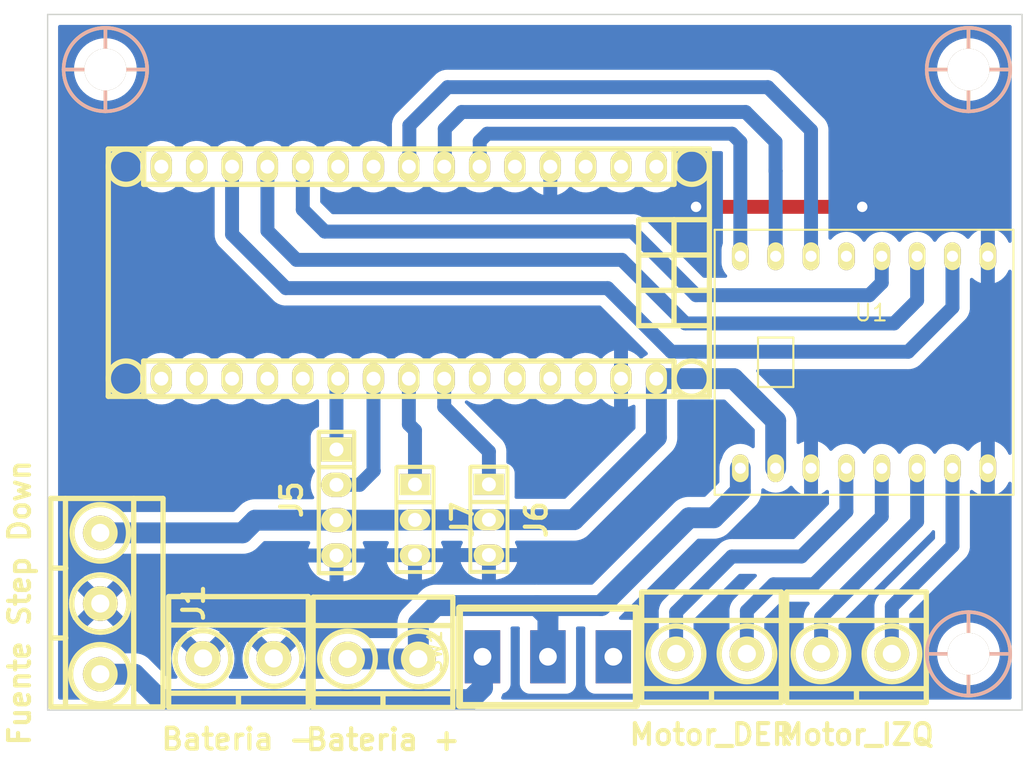
<source format=kicad_pcb>
(kicad_pcb (version 20211014) (generator pcbnew)
  (layers (0 "F.Cu" signal) (31 "B.Cu" signal) (34 "B.Paste" user) (35 "F.Paste" user) (36 "B.SilkS" user "B.Silkscreen") (37 "F.SilkS" user "F.Silkscreen") (38 "B.Mask" user) (39 "F.Mask" user) (44 "Edge.Cuts" user))
  (net 0 "")
  (net 1 "+5V")
  (net 2 "/Vstep")
  (net 3 "GND")
  (net 4 "+BATT")
  (net 9 "/PWM_B")
  (net 10 "/IN2_B")
  (net 11 "/IN1_B")
  (net 14 "/IN2_A")
  (net 15 "/IN1_A")
  (net 16 "/PWM_A")
  (net 24 "/echo")
  (net 25 "/trig")
  (net 26 "/CNY_DER")
  (net 27 "/CNY_IZQ")
  (net 32 "/M_IZQ")
  (net 33 "/M_IZQQ")
  (net 34 "/M_DER")
  (net 35 "/M_DERR")
  (footprint "EESTN5:Pin_Header_3" (layer "F.Cu") (at 156.39 111.33 -90)
    (fp_text reference "J7" (at 0 -3.4 90) (layer "F.SilkS") (effects (font (size 1.5 1.5) (thickness 0.3))))
    (fp_text value "CNY70_DER" hide)
    (fp_line (start -1.27 -1.27) (end -1.27 1.27) (layer "F.SilkS") (width 0.3048))
    (fp_line (start -3.81 -1.397) (end 3.81 -1.397) (layer "F.SilkS") (width 0.15))
    (fp_line (start 3.81 1.016) (end 3.81 1.397) (layer "F.SilkS") (width 0.15))
    (fp_line (start 3.81 -1.27) (end -3.81 -1.27) (layer "F.SilkS") (width 0.15))
    (fp_line (start 3.81 1.27) (end -3.81 1.27) (layer "F.SilkS") (width 0.15))
    (fp_line (start 3.81 -1.27) (end 3.81 1.27) (layer "F.SilkS") (width 0.15))
    (fp_line (start 3.81 -1.397) (end 3.81 -1.143) (layer "F.SilkS") (width 0.15))
    (fp_line (start 3.81 1.397) (end -3.81 1.397) (layer "F.SilkS") (width 0.15))
    (fp_line (start -3.81 1.27) (end -3.81 -1.27) (layer "F.SilkS") (width 0.3048))
    (fp_line (start 3.683 1.27) (end 3.683 -1.27) (layer "F.SilkS") (width 0.15))
    (pad "1" thru_hole rect locked (at -2.54 0 270) (size 1.524 2.19964) (drill 1.00076) (layers *.Cu *.Mask "F.SilkS") (net 26 "/CNY_DER"))
    (pad "2" thru_hole oval locked (at 0 0 270) (size 1.524 2.19964) (drill 1.00076) (layers *.Cu *.Mask "F.SilkS") (net 1 "+5V"))
    (pad "3" thru_hole oval locked (at 2.54 0 270) (size 1.524 2.19964) (drill 1.00076) (layers *.Cu *.Mask "F.SilkS") (net 3 "GND"))
  )
  (footprint "EESTN5:pin_strip_4" (layer "F.Cu") (at 150.75 110.08 -90)
    (fp_text reference "J5" (at -0.2032 3.2258 90) (layer "F.SilkS") (effects (font (size 1.5 1.5) (thickness 0.3))))
    (fp_text value "Ultrasonido" hide)
    (fp_line (start 5.08 -1.27) (end 5.08 1.27) (layer "F.SilkS") (width 0.3048))
    (fp_line (start -5.08 1.27) (end -5.08 -1.27) (layer "F.SilkS") (width 0.3048))
    (fp_line (start -5.08 -1.27) (end 5.08 -1.27) (layer "F.SilkS") (width 0.3048))
    (fp_line (start 5.08 1.27) (end -5.08 1.27) (layer "F.SilkS") (width 0.3048))
    (fp_line (start -2.54 -1.27) (end -2.54 1.27) (layer "F.SilkS") (width 0.3048))
    (pad "1" thru_hole rect locked (at -3.81 0 270) (size 1.75 2.2) (drill 1.00076) (layers *.Cu *.Mask "F.SilkS") (net 25 "/trig"))
    (pad "2" thru_hole oval locked (at -1.27 0 270) (size 1.75 2.2) (drill 1.00076) (layers *.Cu *.Mask "F.SilkS") (net 24 "/echo"))
    (pad "3" thru_hole oval locked (at 1.27 0 270) (size 1.75 2.2) (drill 1.00076) (layers *.Cu *.Mask "F.SilkS") (net 1 "+5V"))
    (pad "4" thru_hole oval locked (at 3.81 0 270) (size 1.75 2.2) (drill 1.00076) (layers *.Cu *.Mask "F.SilkS") (net 3 "GND"))
  )
  (footprint "EESTN5:BORNERA2_AZUL" (layer "F.Cu") (at 154.09 121.32625)
    (fp_text reference "J3" hide)
    (fp_text value "Bateria +" (at 0 5.8) (layer "F.SilkS") (effects (font (size 1.5 1.5) (thickness 0.3))))
    (fp_line (start 5.0165 -4.445) (end -4.9835 -4.445) (layer "F.SilkS") (width 0.381))
    (fp_line (start -5 -2.4) (end 5 -2.4) (layer "F.SilkS") (width 0.381))
    (fp_line (start -4.9835 3.4925) (end 5.0165 3.4925) (layer "F.SilkS") (width 0.381))
    (fp_line (start 5.0165 3.4925) (end 5.0165 -4.445) (layer "F.SilkS") (width 0.381))
    (fp_line (start 0 2.54) (end 0 3.4845) (layer "F.SilkS") (width 0.381))
    (fp_line (start -5.0165 -4.445) (end -5.0165 3.4925) (layer "F.SilkS") (width 0.381))
    (fp_line (start -5 2.5) (end 5 2.5) (layer "F.SilkS") (width 0.381))
    (fp_circle (center 2.55 0) (end 0.55 0) (layer "F.SilkS") (width 0.381) (fill none))
    (fp_circle (center -2.55 0) (end -0.55 0) (layer "F.SilkS") (width 0.381) (fill none))
    (pad "1" thru_hole circle locked (at -2.54 0) (size 2.5 2.5) (drill 1.3) (layers *.Cu *.Mask "F.SilkS") (net 4 "+BATT"))
    (pad "2" thru_hole circle locked (at 2.54 0) (size 2.5 2.5) (drill 1.3) (layers *.Cu *.Mask "F.SilkS") (net 4 "+BATT"))
  )
  (footprint "EESTN5:BORNERA2_AZUL" (layer "F.Cu") (at 188.104 120.96)
    (fp_text reference "J8" hide)
    (fp_text value "Motor_IZQ" (at 0 5.8) (layer "F.SilkS") (effects (font (size 1.5 1.5) (thickness 0.3))))
    (fp_line (start 5.0165 3.4925) (end 5.0165 -4.445) (layer "F.SilkS") (width 0.381))
    (fp_line (start 5.0165 -4.445) (end -4.9835 -4.445) (layer "F.SilkS") (width 0.381))
    (fp_line (start -5.0165 -4.445) (end -5.0165 3.4925) (layer "F.SilkS") (width 0.381))
    (fp_line (start -5 -2.4) (end 5 -2.4) (layer "F.SilkS") (width 0.381))
    (fp_line (start -5 2.5) (end 5 2.5) (layer "F.SilkS") (width 0.381))
    (fp_line (start 0 2.54) (end 0 3.4845) (layer "F.SilkS") (width 0.381))
    (fp_line (start -4.9835 3.4925) (end 5.0165 3.4925) (layer "F.SilkS") (width 0.381))
    (fp_circle (center -2.55 0) (end -0.55 0) (layer "F.SilkS") (width 0.381) (fill none))
    (fp_circle (center 2.55 0) (end 0.55 0) (layer "F.SilkS") (width 0.381) (fill none))
    (pad "1" thru_hole circle locked (at -2.54 0) (size 2.5 2.5) (drill 1.3) (layers *.Cu *.Mask "F.SilkS") (net 32 "/M_IZQ"))
    (pad "2" thru_hole circle locked (at 2.54 0) (size 2.5 2.5) (drill 1.3) (layers *.Cu *.Mask "F.SilkS") (net 33 "/M_IZQQ"))
  )
  (footprint "EESTN5:hole_3mm" (layer "F.Cu") (at 134.15 78.96)
    (fp_text reference "H3" hide)
    (fp_text value "Mounting_Hole" hide)
    (fp_line (start 0 -3) (end 0 3) (layer "B.SilkS") (width 0.254))
    (fp_line (start -3 0) (end 3 0) (layer "B.SilkS") (width 0.254))
    (fp_circle (center 0 0) (end 3 0) (layer "B.SilkS") (width 0.254) (fill none))
    (fp_line (start -3 0) (end 3 0) (layer "F.SilkS") (width 0.254))
    (fp_line (start 0 -3) (end 0 3) (layer "F.SilkS") (width 0.254))
    (fp_circle (center 0 0) (end 3 0) (layer "F.SilkS") (width 0.254) (fill none))
    (pad "1" thru_hole circle locked (at 0 0) (size 3 3) (drill 3) (layers *.Cu "F.SilkS"))
  )
  (footprint "EESTN5:Pin_Header_3" (layer "F.Cu") (at 161.7 111.3187 -90)
    (fp_text reference "J6" (at 0 -3.4 90) (layer "F.SilkS") (effects (font (size 1.5 1.5) (thickness 0.3))))
    (fp_text value "CNY70_IZQ" hide)
    (fp_line (start -3.81 -1.397) (end 3.81 -1.397) (layer "F.SilkS") (width 0.15))
    (fp_line (start 3.81 -1.27) (end -3.81 -1.27) (layer "F.SilkS") (width 0.15))
    (fp_line (start 3.81 1.397) (end -3.81 1.397) (layer "F.SilkS") (width 0.15))
    (fp_line (start 3.683 1.27) (end 3.683 -1.27) (layer "F.SilkS") (width 0.15))
    (fp_line (start 3.81 1.27) (end -3.81 1.27) (layer "F.SilkS") (width 0.15))
    (fp_line (start 3.81 1.016) (end 3.81 1.397) (layer "F.SilkS") (width 0.15))
    (fp_line (start -3.81 1.27) (end -3.81 -1.27) (layer "F.SilkS") (width 0.3048))
    (fp_line (start -1.27 -1.27) (end -1.27 1.27) (layer "F.SilkS") (width 0.3048))
    (fp_line (start 3.81 -1.27) (end 3.81 1.27) (layer "F.SilkS") (width 0.15))
    (fp_line (start 3.81 -1.397) (end 3.81 -1.143) (layer "F.SilkS") (width 0.15))
    (pad "1" thru_hole rect locked (at -2.54 0 270) (size 1.524 2.19964) (drill 1.00076) (layers *.Cu *.Mask "F.SilkS") (net 27 "/CNY_IZQ"))
    (pad "2" thru_hole oval locked (at 0 0 270) (size 1.524 2.19964) (drill 1.00076) (layers *.Cu *.Mask "F.SilkS") (net 1 "+5V"))
    (pad "3" thru_hole oval locked (at 2.54 0 270) (size 1.524 2.19964) (drill 1.00076) (layers *.Cu *.Mask "F.SilkS") (net 3 "GND"))
  )
  (footprint "EESTN5:BORNERA2_AZUL" (layer "F.Cu") (at 177.69 120.96)
    (fp_text reference "J9" hide)
    (fp_text value "Motor_DER" (at 0 5.8) (layer "F.SilkS") (effects (font (size 1.5 1.5) (thickness 0.3))))
    (fp_line (start -5 2.5) (end 5 2.5) (layer "F.SilkS") (width 0.381))
    (fp_line (start -5.0165 -4.445) (end -5.0165 3.4925) (layer "F.SilkS") (width 0.381))
    (fp_line (start 0 2.54) (end 0 3.4845) (layer "F.SilkS") (width 0.381))
    (fp_line (start 5.0165 -4.445) (end -4.9835 -4.445) (layer "F.SilkS") (width 0.381))
    (fp_line (start 5.0165 3.4925) (end 5.0165 -4.445) (layer "F.SilkS") (width 0.381))
    (fp_line (start -4.9835 3.4925) (end 5.0165 3.4925) (layer "F.SilkS") (width 0.381))
    (fp_line (start -5 -2.4) (end 5 -2.4) (layer "F.SilkS") (width 0.381))
    (fp_circle (center 2.55 0) (end 0.55 0) (layer "F.SilkS") (width 0.381) (fill none))
    (fp_circle (center -2.55 0) (end -0.55 0) (layer "F.SilkS") (width 0.381) (fill none))
    (pad "1" thru_hole circle locked (at -2.54 0) (size 2.5 2.5) (drill 1.3) (layers *.Cu *.Mask "F.SilkS") (net 34 "/M_DER"))
    (pad "2" thru_hole circle locked (at 2.54 0) (size 2.5 2.5) (drill 1.3) (layers *.Cu *.Mask "F.SilkS") (net 35 "/M_DERR"))
  )
  (footprint "EESTN5:TB6612_Breakout" (layer "F.Cu") (at 188.65 100)
    (fp_text reference "U1" (at 0.508 -3.556 180) (layer "F.SilkS") (effects (font (size 1.2 1.2))))
    (fp_text value "TB6612_BREAKOUT")
    (fp_line (start -7.62 1.778) (end -7.62 -1.778) (layer "F.SilkS") (width 0.15))
    (fp_line (start -7.62 -1.778) (end -5.08 -1.778) (layer "F.SilkS") (width 0.15))
    (fp_line (start -10.7315 9.525) (end -10.7315 -9.525) (layer "F.SilkS") (width 0.15))
    (fp_line (start -7.62 1.778) (end -5.08 1.778) (layer "F.SilkS") (width 0.15))
    (fp_line (start 10.7315 -9.525) (end 10.7315 9.525) (layer "F.SilkS") (width 0.15))
    (fp_line (start -5.08 -1.778) (end -5.08 1.778) (layer "F.SilkS") (width 0.15))
    (fp_line (start -10.7315 9.525) (end 10.7315 9.525) (layer "F.SilkS") (width 0.15))
    (fp_line (start 10.7315 -9.525) (end -10.7315 -9.525) (layer "F.SilkS") (width 0.15))
    (pad "1" thru_hole oval locked (at -8.89 7.62) (size 1.2 2) (drill 0.8) (layers *.Cu *.Mask "F.SilkS") (net 4 "+BATT"))
    (pad "2" thru_hole oval locked (at -6.35 7.62) (size 1.2 2) (drill 0.8) (layers *.Cu *.Mask "F.SilkS") (net 1 "+5V"))
    (pad "3" thru_hole oval locked (at -3.81 7.62) (size 1.2 2) (drill 0.8) (layers *.Cu *.Mask "F.SilkS") (net 3 "GND"))
    (pad "4" thru_hole oval locked (at -1.27 7.62) (size 1.2 2) (drill 0.8) (layers *.Cu *.Mask "F.SilkS") (net 34 "/M_DER"))
    (pad "5" thru_hole oval locked (at 1.27 7.62) (size 1.2 2) (drill 0.8) (layers *.Cu *.Mask "F.SilkS") (net 35 "/M_DERR"))
    (pad "6" thru_hole oval locked (at 3.81 7.62) (size 1.2 2) (drill 0.8) (layers *.Cu *.Mask "F.SilkS") (net 32 "/M_IZQ"))
    (pad "7" thru_hole oval locked (at 6.35 7.62) (size 1.2 2) (drill 0.8) (layers *.Cu *.Mask "F.SilkS") (net 33 "/M_IZQQ"))
    (pad "8" thru_hole oval locked (at 8.89 7.62) (size 1.2 2) (drill 0.8) (layers *.Cu *.Mask "F.SilkS") (net 3 "GND"))
    (pad "9" thru_hole oval locked (at 8.89 -7.62) (size 1.2 2) (drill 0.8) (layers *.Cu *.Mask "F.SilkS") (net 3 "GND"))
    (pad "10" thru_hole oval locked (at 6.35 -7.62) (size 1.2 2) (drill 0.8) (layers *.Cu *.Mask "F.SilkS") (net 16 "/PWM_A"))
    (pad "11" thru_hole oval locked (at 3.81 -7.62) (size 1.2 2) (drill 0.8) (layers *.Cu *.Mask "F.SilkS") (net 15 "/IN1_A"))
    (pad "12" thru_hole oval locked (at 1.27 -7.62) (size 1.2 2) (drill 0.8) (layers *.Cu *.Mask "F.SilkS") (net 14 "/IN2_A"))
    (pad "13" thru_hole oval locked (at -1.27 -7.62) (size 1.2 2) (drill 0.8) (layers *.Cu *.Mask "F.SilkS"))
    (pad "14" thru_hole oval locked (at -3.81 -7.62) (size 1.2 2) (drill 0.8) (layers *.Cu *.Mask "F.SilkS") (net 11 "/IN1_B"))
    (pad "15" thru_hole oval locked (at -6.35 -7.62) (size 1.2 2) (drill 0.8) (layers *.Cu *.Mask "F.SilkS") (net 10 "/IN2_B"))
    (pad "16" thru_hole oval locked (at -8.89 -7.62) (size 1.2 2) (drill 0.8) (layers *.Cu *.Mask "F.SilkS") (net 9 "/PWM_B"))
  )
  (footprint "EESTN5:arduino_nano_header" (layer "F.Cu") (at 155.95 93.56 180)
    (fp_text reference "J4" hide)
    (fp_text value "Arduino_Nano_Header" hide)
    (fp_line (start -21.59 8.89) (end -21.59 -8.89) (layer "F.SilkS") (width 0.381))
    (fp_line (start -19.05 8.89) (end -19.05 6.35) (layer "F.SilkS") (width 0.381))
    (fp_line (start -19.05 6.35) (end 19.05 6.35) (layer "F.SilkS") (width 0.381))
    (fp_line (start -19.05 -8.89) (end -19.05 -6.35) (layer "F.SilkS") (width 0.381))
    (fp_line (start -21.59 -3.81) (end -16.51 -3.81) (layer "F.SilkS") (width 0.381))
    (fp_line (start 19.05 -6.35) (end 19.05 -8.89) (layer "F.SilkS") (width 0.381))
    (fp_line (start -19.05 -3.81) (end -19.05 3.81) (layer "F.SilkS") (width 0.381))
    (fp_line (start -16.51 1.27) (end -21.59 1.27) (layer "F.SilkS") (width 0.381))
    (fp_line (start 19.05 -6.35) (end -19.05 -6.35) (layer "F.SilkS") (width 0.381))
    (fp_line (start 19.05 8.89) (end 19.05 6.35) (layer "F.SilkS") (width 0.381))
    (fp_line (start -21.59 8.89) (end 21.59 8.89) (layer "F.SilkS") (width 0.381))
    (fp_line (start 21.59 -8.89) (end -21.59 -8.89) (layer "F.SilkS") (width 0.381))
    (fp_line (start -16.51 -3.81) (end -16.51 3.81) (layer "F.SilkS") (width 0.381))
    (fp_line (start -16.51 -1.27) (end -21.59 -1.27) (layer "F.SilkS") (width 0.381))
    (fp_line (start -16.51 3.81) (end -21.59 3.81) (layer "F.SilkS") (width 0.381))
    (fp_line (start 21.59 8.89) (end 21.59 -8.89) (layer "F.SilkS") (width 0.381))
    (fp_circle (center 20.32 7.62) (end 21.59 7.62) (layer "F.SilkS") (width 0.381) (fill none))
    (fp_circle (center -20.32 7.62) (end -21.59 7.62) (layer "F.SilkS") (width 0.381) (fill none))
    (fp_circle (center -20.32 -7.62) (end -21.59 -7.62) (layer "F.SilkS") (width 0.381) (fill none))
    (fp_circle (center 20.32 -7.62) (end 21.59 -7.62) (layer "F.SilkS") (width 0.381) (fill none))
    (pad "1" thru_hole oval locked (at -17.78 7.62 180) (size 1.524 2.19964) (drill 1.00076) (layers *.Cu *.Mask "F.SilkS"))
    (pad "2" thru_hole oval locked (at -15.24 7.62 180) (size 1.524 2.19964) (drill 1.00076) (layers *.Cu *.Mask "F.SilkS"))
    (pad "3" thru_hole oval locked (at -12.7 7.62 180) (size 1.524 2.19964) (drill 1.00076) (layers *.Cu *.Mask "F.SilkS"))
    (pad "4" thru_hole oval locked (at -10.16 7.62 180) (size 1.524 2.19964) (drill 1.00076) (layers *.Cu *.Mask "F.SilkS") (net 3 "GND"))
    (pad "5" thru_hole oval locked (at -7.62 7.62 180) (size 1.524 2.19964) (drill 1.00076) (layers *.Cu *.Mask "F.SilkS"))
    (pad "6" thru_hole oval locked (at -5.08 7.62 180) (size 1.524 2.19964) (drill 1.00076) (layers *.Cu *.Mask "F.SilkS") (net 9 "/PWM_B"))
    (pad "7" thru_hole oval locked (at -2.54 7.62 180) (size 1.524 2.19964) (drill 1.00076) (layers *.Cu *.Mask "F.SilkS") (net 10 "/IN2_B"))
    (pad "8" thru_hole oval locked (at 0 7.62 180) (size 1.524 2.19964) (drill 1.00076) (layers *.Cu *.Mask "F.SilkS") (net 11 "/IN1_B"))
    (pad "9" thru_hole oval locked (at 2.54 7.62 180) (size 1.524 2.19964) (drill 1.00076) (layers *.Cu *.Mask "F.SilkS"))
    (pad "10" thru_hole oval locked (at 5.08 7.62 180) (size 1.524 2.19964) (drill 1.00076) (layers *.Cu *.Mask "F.SilkS"))
    (pad "11" thru_hole oval locked (at 7.62 7.62 180) (size 1.524 2.19964) (drill 1.00076) (layers *.Cu *.Mask "F.SilkS") (net 14 "/IN2_A"))
    (pad "12" thru_hole oval locked (at 10.16 7.62 180) (size 1.524 2.19964) (drill 1.00076) (layers *.Cu *.Mask "F.SilkS") (net 15 "/IN1_A"))
    (pad "13" thru_hole oval locked (at 12.7 7.62 180) (size 1.524 2.19964) (drill 1.00076) (layers *.Cu *.Mask "F.SilkS") (net 16 "/PWM_A"))
    (pad "14" thru_hole oval locked (at 15.24 7.62 180) (size 1.524 2.19964) (drill 1.00076) (layers *.Cu *.Mask "F.SilkS"))
    (pad "15" thru_hole oval locked (at 17.78 7.62 180) (size 1.524 2.19964) (drill 1.00076) (layers *.Cu *.Mask "F.SilkS"))
    (pad "16" thru_hole oval locked (at 17.78 -7.62 180) (size 1.524 2.19964) (drill 1.00076) (layers *.Cu *.Mask "F.SilkS"))
    (pad "17" thru_hole oval locked (at 15.24 -7.62 180) (size 1.524 2.19964) (drill 1.00076) (layers *.Cu *.Mask "F.SilkS"))
    (pad "18" thru_hole oval locked (at 12.7 -7.62 180) (size 1.524 2.19964) (drill 1.00076) (layers *.Cu *.Mask "F.SilkS"))
    (pad "19" thru_hole oval locked (at 10.16 -7.62 180) (size 1.524 2.19964) (drill 1.00076) (layers *.Cu *.Mask "F.SilkS"))
    (pad "20" thru_hole oval locked (at 7.62 -7.62 180) (size 1.524 2.1971) (drill 1.00076) (layers *.Cu *.Mask "F.SilkS"))
    (pad "21" thru_hole oval locked (at 5.08 -7.62 180) (size 1.524 2.1971) (drill 1.00076) (layers *.Cu *.Mask "F.SilkS") (net 25 "/trig"))
    (pad "22" thru_hole oval locked (at 2.54 -7.62 180) (size 1.524 2.1971) (drill 1.00076) (layers *.Cu *.Mask "F.SilkS") (net 24 "/echo"))
    (pad "23" thru_hole oval locked (at 0 -7.62 180) (size 1.524 2.1971) (drill 1.00076) (layers *.Cu *.Mask "F.SilkS") (net 26 "/CNY_DER"))
    (pad "24" thru_hole oval locked (at -2.54 -7.62 180) (size 1.524 2.1971) (drill 0.99822) (layers *.Cu *.Mask "F.SilkS") (net 27 "/CNY_IZQ"))
    (pad "25" thru_hole oval locked (at -5.08 -7.62 180) (size 1.524 2.1971) (drill 0.99822) (layers *.Cu *.Mask "F.SilkS"))
    (pad "26" thru_hole oval locked (at -7.62 -7.62 180) (size 1.524 2.1971) (drill 0.99822) (layers *.Cu *.Mask "F.SilkS"))
    (pad "27" thru_hole oval locked (at -10.16 -7.62 180) (size 1.524 2.1971) (drill 0.99822) (layers *.Cu *.Mask "F.SilkS"))
    (pad "28" thru_hole oval locked (at -12.7 -7.62 180) (size 1.524 2.1971) (drill 0.99822) (layers *.Cu *.Mask "F.SilkS"))
    (pad "29" thru_hole oval locked (at -15.24 -7.62 180) (size 1.524 2.1971) (drill 0.99822) (layers *.Cu *.Mask "F.SilkS") (net 3 "GND"))
    (pad "30" thru_hole oval locked (at -17.78 -7.62 180) (size 1.524 2.1971) (drill 0.99822) (layers *.Cu *.Mask "F.SilkS") (net 1 "+5V"))
  )
  (footprint "EESTN5:SW_SPDT_TH_Vertical" (layer "F.Cu") (at 165.94 121.17 90)
    (fp_text reference "SW1" (at 0.381 -8.128 90) (layer "F.SilkS"))
    (fp_text value "SW_SPDT" hide)
    (fp_line (start -3.5 6.35) (end 3.5 6.35) (layer "F.SilkS") (width 0.508))
    (fp_line (start 3.5 -6.35) (end -3.5 -6.35) (layer "F.SilkS") (width 0.5))
    (fp_line (start -3.5 -6.35) (end -3.5 6.35) (layer "F.SilkS") (width 0.5))
    (fp_line (start 3.5 -6.35) (end 3.5 6.35) (layer "F.SilkS") (width 0.508))
    (pad "1" thru_hole rect locked (at 0 -4.7 90) (size 3.81 2.54) (drill 1.27) (layers *.Cu *.Mask) (net 2 "/Vstep"))
    (pad "2" thru_hole rect locked (at 0 0 90) (size 3.81 2.54) (drill 1.27) (layers *.Cu *.Mask) (net 4 "+BATT"))
    (pad "3" thru_hole rect locked (at 0 4.7 90) (size 3.81 2.54) (drill 1.27) (layers *.Cu *.Mask))
  )
  (footprint "EESTN5:hole_3mm" (layer "F.Cu") (at 196.15 120.96)
    (fp_text reference "H2" hide)
    (fp_text value "Mounting_Hole" hide)
    (fp_line (start -3 0) (end 3 0) (layer "B.SilkS") (width 0.254))
    (fp_line (start 0 -3) (end 0 3) (layer "B.SilkS") (width 0.254))
    (fp_circle (center 0 0) (end 3 0) (layer "B.SilkS") (width 0.254) (fill none))
    (fp_line (start 0 -3) (end 0 3) (layer "F.SilkS") (width 0.254))
    (fp_line (start -3 0) (end 3 0) (layer "F.SilkS") (width 0.254))
    (fp_circle (center 0 0) (end 3 0) (layer "F.SilkS") (width 0.254) (fill none))
    (pad "1" thru_hole circle locked (at 0 0) (size 3 3) (drill 3) (layers *.Cu "F.SilkS"))
  )
  (footprint "EESTN5:BORNERA2_AZUL" (layer "F.Cu") (at 143.71 121.29)
    (fp_text reference "J2" hide)
    (fp_text value "Bateria -" (at 0 5.8) (layer "F.SilkS") (effects (font (size 1.5 1.5) (thickness 0.3))))
    (fp_line (start -5 -2.4) (end 5 -2.4) (layer "F.SilkS") (width 0.381))
    (fp_line (start 5.0165 3.4925) (end 5.0165 -4.445) (layer "F.SilkS") (width 0.381))
    (fp_line (start 0 2.54) (end 0 3.4845) (layer "F.SilkS") (width 0.381))
    (fp_line (start -4.9835 3.4925) (end 5.0165 3.4925) (layer "F.SilkS") (width 0.381))
    (fp_line (start 5.0165 -4.445) (end -4.9835 -4.445) (layer "F.SilkS") (width 0.381))
    (fp_line (start -5 2.5) (end 5 2.5) (layer "F.SilkS") (width 0.381))
    (fp_line (start -5.0165 -4.445) (end -5.0165 3.4925) (layer "F.SilkS") (width 0.381))
    (fp_circle (center 2.55 0) (end 0.55 0) (layer "F.SilkS") (width 0.381) (fill none))
    (fp_circle (center -2.55 0) (end -0.55 0) (layer "F.SilkS") (width 0.381) (fill none))
    (pad "1" thru_hole circle locked (at -2.54 0) (size 2.5 2.5) (drill 1.3) (layers *.Cu *.Mask "F.SilkS") (net 3 "GND"))
    (pad "2" thru_hole circle locked (at 2.54 0) (size 2.5 2.5) (drill 1.3) (layers *.Cu *.Mask "F.SilkS") (net 3 "GND"))
  )
  (footprint "EESTN5:BORNERA3_AZUL" (layer "F.Cu") (at 133.78375 117.34325 -90)
    (fp_text reference "J1" (at -0.05 -6.7 90) (layer "F.SilkS") (effects (font (size 1.5 1.5) (thickness 0.3))))
    (fp_text value "Fuente Step Down" (at -0.05 5.8 90) (layer "F.SilkS") (effects (font (size 1.5 1.5) (thickness 0.3))))
    (fp_line (start 7.4295 3.556) (end 7.4295 -4.5085) (layer "F.SilkS") (width 0.381))
    (fp_line (start -7.55 2.5) (end 7.45 2.5) (layer "F.SilkS") (width 0.381))
    (fp_line (start -7.5565 3.556) (end 7.4295 3.556) (layer "F.SilkS") (width 0.381))
    (fp_line (start -7.55 -2.4) (end 7.45 -2.4) (layer "F.SilkS") (width 0.381))
    (fp_line (start -2.54 2.4765) (end -2.55 3.539347) (layer "F.SilkS") (width 0.381))
    (fp_line (start 7.45 -4.5085) (end -7.55 -4.5085) (layer "F.SilkS") (width 0.381))
    (fp_line (start -7.5565 -4.5085) (end -7.5565 3.556) (layer "F.SilkS") (width 0.381))
    (fp_line (start 2.4765 2.4765) (end 2.4765 3.4925) (layer "F.SilkS") (width 0.381))
    (fp_circle (center 5.08 0) (end 2.95 0) (layer "F.SilkS") (width 0.381) (fill none))
    (fp_circle (center 0 0) (end -2.05 0) (layer "F.SilkS") (width 0.381) (fill none))
    (fp_circle (center -5.08 0) (end -3.05 0) (layer "F.SilkS") (width 0.381) (fill none))
    (pad "1" thru_hole circle locked (at -5.08 0 270) (size 2.5 2.5) (drill 1.3) (layers *.Cu *.Mask "F.SilkS") (net 1 "+5V"))
    (pad "2" thru_hole circle locked (at 0 0 270) (size 2.5 2.5) (drill 1.3) (layers *.Cu *.Mask "F.SilkS") (net 3 "GND"))
    (pad "3" thru_hole circle locked (at 5.08 0 270) (size 2.5 2.5) (drill 1.3) (layers *.Cu *.Mask "F.SilkS") (net 2 "/Vstep"))
  )
  (footprint "EESTN5:hole_3mm" (layer "F.Cu") (at 196.15 78.96)
    (fp_text reference "H4" hide)
    (fp_text value "Mounting_Hole" hide)
    (fp_line (start -3 0) (end 3 0) (layer "B.SilkS") (width 0.254))
    (fp_line (start 0 -3) (end 0 3) (layer "B.SilkS") (width 0.254))
    (fp_circle (center 0 0) (end 3 0) (layer "B.SilkS") (width 0.254) (fill none))
    (fp_line (start -3 0) (end 3 0) (layer "F.SilkS") (width 0.254))
    (fp_line (start 0 -3) (end 0 3) (layer "F.SilkS") (width 0.254))
    (fp_circle (center 0 0) (end 3 0) (layer "F.SilkS") (width 0.254) (fill none))
    (pad "1" thru_hole circle locked (at 0 0) (size 3 3) (drill 3) (layers *.Cu "F.SilkS"))
  )
  (gr_line (start 130 125) (end 130 75) (layer "Edge.Cuts") (width 0.1))
  (gr_line (start 200 75) (end 200 125) (layer "Edge.Cuts") (width 0.1))
  (gr_line (start 130 75) (end 200 75) (layer "Edge.Cuts") (width 0.1))
  (gr_line (start 200 125) (end 130 125) (layer "Edge.Cuts") (width 0.1))
  (segment (start 133.78375 112.26325) (end 144.00075 112.26325) (width 1.5) (layer "B.Cu") (net 1))
  (segment (start 173.73 101.18) (end 179.28 101.18) (width 1.5) (layer "B.Cu") (net 1))
  (segment (start 144.914 111.35) (end 150.75 111.35) (width 1.5) (layer "B.Cu") (net 1))
  (segment (start 150.75 111.35) (end 156.37 111.35) (width 1.5) (layer "B.Cu") (net 1))
  (segment (start 156.39 111.33) (end 161.6887 111.33) (width 1.5) (layer "B.Cu") (net 1))
  (segment (start 144.00075 112.26325) (end 144.914 111.35) (width 1.5) (layer "B.Cu") (net 1))
  (segment (start 161.6887 111.33) (end 161.7 111.3187) (width 1.5) (layer "B.Cu") (net 1))
  (segment (start 156.37 111.35) (end 156.39 111.33) (width 1.5) (layer "B.Cu") (net 1))
  (segment (start 173.73 105.394) (end 173.73 101.18) (width 1.5) (layer "B.Cu") (net 1))
  (segment (start 167.8053 111.3187) (end 173.73 105.394) (width 1.5) (layer "B.Cu") (net 1))
  (segment (start 179.28 101.18) (end 182.3 104.2) (width 1.5) (layer "B.Cu") (net 1))
  (segment (start 182.3 104.2) (end 182.3 107.62) (width 1.5) (layer "B.Cu") (net 1))
  (segment (start 161.7 111.3187) (end 167.8053 111.3187) (width 1.5) (layer "B.Cu") (net 1))
  (segment (start 136.24325 122.42325) (end 138.06998 124.24998) (width 1.5) (layer "B.Cu") (net 2))
  (segment (start 138.06998 124.24998) (end 160.39 124.24998) (width 1.5) (layer "B.Cu") (net 2))
  (segment (start 133.78375 122.42325) (end 136.24325 122.42325) (width 1.5) (layer "B.Cu") (net 2))
  (segment (start 160.39 124.24998) (end 161.24 123.39998) (width 1.5) (layer "B.Cu") (net 2))
  (segment (start 161.24 123.39998) (end 161.24 121.17) (width 1.5) (layer "B.Cu") (net 2))
  (segment (start 176.58 88.828) (end 188.518 88.828) (width 1) (layer "F.Cu") (net 3))
  (via (at 176.58 88.828) (size 1.5) (drill 0.75) (layers "F.Cu" "B.Cu") (net 3))
  (via (at 188.518 88.828) (size 1.5) (drill 0.75) (layers "F.Cu" "B.Cu") (net 3))
  (segment (start 165.15 117.49) (end 165.94 118.28) (width 1.5) (layer "B.Cu") (net 4))
  (segment (start 156.63 118.76) (end 157.9 117.49) (width 1.5) (layer "B.Cu") (net 4))
  (segment (start 177.85 111.18) (end 179.76 109.27) (width 1.5) (layer "B.Cu") (net 4))
  (segment (start 151.55 121.32625) (end 156.63 121.32625) (width 1.5) (layer "B.Cu") (net 4))
  (segment (start 157.9 117.49) (end 165.15 117.49) (width 1.5) (layer "B.Cu") (net 4))
  (segment (start 179.76 109.27) (end 179.76 107.62) (width 1.5) (layer "B.Cu") (net 4))
  (segment (start 165.94 118.28) (end 165.94 121.17) (width 1.5) (layer "B.Cu") (net 4))
  (segment (start 156.63 121.32625) (end 156.63 118.76) (width 1.5) (layer "B.Cu") (net 4))
  (segment (start 176.072 111.18) (end 177.85 111.18) (width 1.5) (layer "B.Cu") (net 4))
  (segment (start 165.15 117.49) (end 169.762 117.49) (width 1.5) (layer "B.Cu") (net 4))
  (segment (start 169.762 117.49) (end 176.072 111.18) (width 1.5) (layer "B.Cu") (net 4))
  (segment (start 179.16 83.57) (end 179.76 84.17) (width 1) (layer "B.Cu") (net 9))
  (segment (start 161.04 85.96) (end 161.04 84.11) (width 1) (layer "B.Cu") (net 9))
  (segment (start 161.58 83.57) (end 179.16 83.57) (width 1) (layer "B.Cu") (net 9))
  (segment (start 179.76 84.17) (end 179.76 92.38) (width 1) (layer "B.Cu") (net 9))
  (segment (start 161.04 84.11) (end 161.58 83.57) (width 1) (layer "B.Cu") (net 9))
  (segment (start 158.53 83.22) (end 159.74 82.01) (width 1) (layer "B.Cu") (net 10))
  (segment (start 182.29 86.23) (end 182.3 86.24) (width 1) (layer "B.Cu") (net 10))
  (segment (start 182.3 86.24) (end 182.3 92.38) (width 1) (layer "B.Cu") (net 10))
  (segment (start 159.74 82.01) (end 180.14 82.01) (width 1) (layer "B.Cu") (net 10))
  (segment (start 180.14 82.01) (end 182.29 84.16) (width 1) (layer "B.Cu") (net 10))
  (segment (start 182.29 84.16) (end 182.29 86.23) (width 1) (layer "B.Cu") (net 10))
  (segment (start 158.53 85.99) (end 158.53 83.22) (width 1) (layer "B.Cu") (net 10))
  (segment (start 155.985 82.975) (end 155.985 86.005) (width 1) (layer "B.Cu") (net 11))
  (segment (start 184.84 83.33) (end 181.735 80.225) (width 1) (layer "B.Cu") (net 11))
  (segment (start 181.735 80.225) (end 158.735 80.225) (width 1) (layer "B.Cu") (net 11))
  (segment (start 158.735 80.225) (end 155.985 82.975) (width 1) (layer "B.Cu") (net 11))
  (segment (start 184.84 92.38) (end 184.84 83.33) (width 1) (layer "B.Cu") (net 11))
  (segment (start 172.008 90.606) (end 176.58 95.178) (width 1) (layer "B.Cu") (net 14))
  (segment (start 149.91 90.606) (end 172.008 90.606) (width 1) (layer "B.Cu") (net 14))
  (segment (start 189.92 94.284) (end 189.92 92.38) (width 1) (layer "B.Cu") (net 14))
  (segment (start 148.33 85.94) (end 148.33 89.026) (width 1) (layer "B.Cu") (net 14))
  (segment (start 148.33 89.026) (end 149.91 90.606) (width 1) (layer "B.Cu") (net 14))
  (segment (start 176.58 95.178) (end 189.026 95.178) (width 1) (layer "B.Cu") (net 14))
  (segment (start 189.026 95.178) (end 189.92 94.284) (width 1) (layer "B.Cu") (net 14))
  (segment (start 145.79 85.94) (end 145.79 90.55) (width 1) (layer "B.Cu") (net 15))
  (segment (start 175.818 97.21) (end 190.804 97.21) (width 1) (layer "B.Cu") (net 15))
  (segment (start 192.46 95.554) (end 192.46 92.38) (width 1) (layer "B.Cu") (net 15))
  (segment (start 190.804 97.21) (end 192.46 95.554) (width 1) (layer "B.Cu") (net 15))
  (segment (start 147.878 92.638) (end 171.246 92.638) (width 1) (layer "B.Cu") (net 15))
  (segment (start 171.246 92.638) (end 175.818 97.21) (width 1) (layer "B.Cu") (net 15))
  (segment (start 145.79 90.55) (end 147.878 92.638) (width 1) (layer "B.Cu") (net 15))
  (segment (start 170.23 94.67) (end 174.802 99.242) (width 1) (layer "B.Cu") (net 16))
  (segment (start 143.25 90.804) (end 147.116 94.67) (width 1) (layer "B.Cu") (net 16))
  (segment (start 191.82 99.242) (end 195 96.062) (width 1) (layer "B.Cu") (net 16))
  (segment (start 147.116 94.67) (end 170.23 94.67) (width 1) (layer "B.Cu") (net 16))
  (segment (start 195 96.062) (end 195 92.38) (width 1) (layer "B.Cu") (net 16))
  (segment (start 174.802 99.242) (end 191.82 99.242) (width 1) (layer "B.Cu") (net 16))
  (segment (start 143.25 85.94) (end 143.25 90.804) (width 1) (layer "B.Cu") (net 16))
  (segment (start 153.43 107.79) (end 152.41 108.81) (width 1) (layer "B.Cu") (net 24))
  (segment (start 153.41 101.18) (end 153.41 107.77) (width 1) (layer "B.Cu") (net 24))
  (segment (start 153.41 107.77) (end 153.43 107.79) (width 1) (layer "B.Cu") (net 24))
  (segment (start 152.41 108.81) (end 150.75 108.81) (width 1) (layer "B.Cu") (net 24))
  (segment (start 150.75 106.27) (end 150.75 101.3) (width 1) (layer "B.Cu") (net 25))
  (segment (start 150.75 101.3) (end 150.87 101.18) (width 1) (layer "B.Cu") (net 25))
  (segment (start 156.39 104.9) (end 155.95 104.46) (width 1) (layer "B.Cu") (net 26))
  (segment (start 155.95 104.46) (end 155.95 101.18) (width 1) (layer "B.Cu") (net 26))
  (segment (start 156.39 108.79) (end 156.39 104.9) (width 1) (layer "B.Cu") (net 26))
  (segment (start 161.7 106.42) (end 158.49 103.21) (width 1) (layer "B.Cu") (net 27))
  (segment (start 161.7 108.7787) (end 161.7 106.42) (width 1) (layer "B.Cu") (net 27))
  (segment (start 158.49 103.21) (end 158.49 101.18) (width 1) (layer "B.Cu") (net 27))
  (segment (start 192.46 111.45) (end 192.46 107.62) (width 1) (layer "B.Cu") (net 32))
  (segment (start 185.564 118.346) (end 192.46 111.45) (width 1) (layer "B.Cu") (net 32))
  (segment (start 185.564 120.96) (end 185.564 118.346) (width 1) (layer "B.Cu") (net 32))
  (segment (start 195 113.21) (end 195 107.62) (width 1) (layer "B.Cu") (net 33))
  (segment (start 190.644 117.566) (end 195 113.21) (width 1) (layer "B.Cu") (net 33))
  (segment (start 190.644 120.96) (end 190.644 117.566) (width 1) (layer "B.Cu") (net 33))
  (segment (start 179.15 113.96) (end 184.15 113.96) (width 1) (layer "B.Cu") (net 34))
  (segment (start 175.15 117.96) (end 179.15 113.96) (width 1) (layer "B.Cu") (net 34))
  (segment (start 187.38 110.73) (end 187.38 107.62) (width 1) (layer "B.Cu") (net 34))
  (segment (start 175.15 120.96) (end 175.15 117.96) (width 1) (layer "B.Cu") (net 34))
  (segment (start 184.15 113.96) (end 187.38 110.73) (width 1) (layer "B.Cu") (net 34))
  (segment (start 185.05 115.96) (end 189.92 111.09) (width 1) (layer "B.Cu") (net 35))
  (segment (start 180.23 117.88) (end 182.15 115.96) (width 1) (layer "B.Cu") (net 35))
  (segment (start 189.92 111.09) (end 189.92 107.62) (width 1) (layer "B.Cu") (net 35))
  (segment (start 180.23 120.96) (end 180.23 117.88) (width 1) (layer "B.Cu") (net 35))
  (segment (start 182.15 115.96) (end 185.05 115.96) (width 1) (layer "B.Cu") (net 35))
  (zone (net 3) (net_name "GND") (layer "B.Cu") (connect_pads (clearance 0.75)) (min_thickness 0.254) (fill yes (thermal_gap 1) (thermal_bridge_width 1))
    (polygon (pts (xy 200.15 128.96) (xy 130.15 128.96) (xy 130.15 73.96) (xy 200.15 73.96)))
  )
)
</source>
